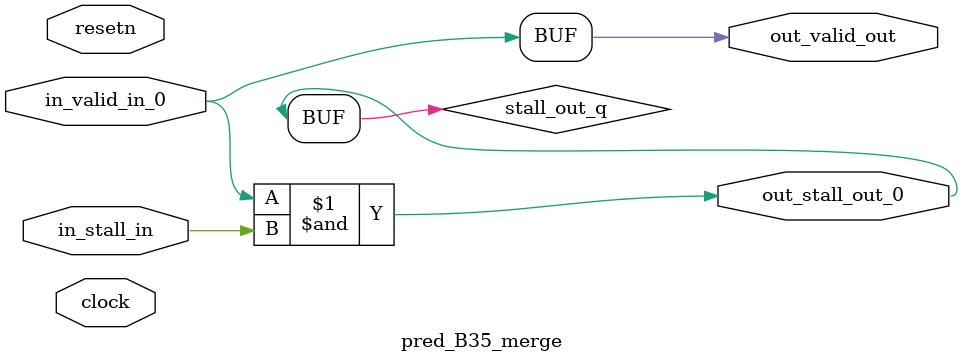
<source format=sv>



(* altera_attribute = "-name AUTO_SHIFT_REGISTER_RECOGNITION OFF; -name MESSAGE_DISABLE 10036; -name MESSAGE_DISABLE 10037; -name MESSAGE_DISABLE 14130; -name MESSAGE_DISABLE 14320; -name MESSAGE_DISABLE 15400; -name MESSAGE_DISABLE 14130; -name MESSAGE_DISABLE 10036; -name MESSAGE_DISABLE 12020; -name MESSAGE_DISABLE 12030; -name MESSAGE_DISABLE 12010; -name MESSAGE_DISABLE 12110; -name MESSAGE_DISABLE 14320; -name MESSAGE_DISABLE 13410; -name MESSAGE_DISABLE 113007; -name MESSAGE_DISABLE 10958" *)
module pred_B35_merge (
    input wire [0:0] in_stall_in,
    input wire [0:0] in_valid_in_0,
    output wire [0:0] out_stall_out_0,
    output wire [0:0] out_valid_out,
    input wire clock,
    input wire resetn
    );

    wire [0:0] stall_out_q;


    // stall_out(LOGICAL,6)
    assign stall_out_q = in_valid_in_0 & in_stall_in;

    // out_stall_out_0(GPOUT,4)
    assign out_stall_out_0 = stall_out_q;

    // out_valid_out(GPOUT,5)
    assign out_valid_out = in_valid_in_0;

endmodule

</source>
